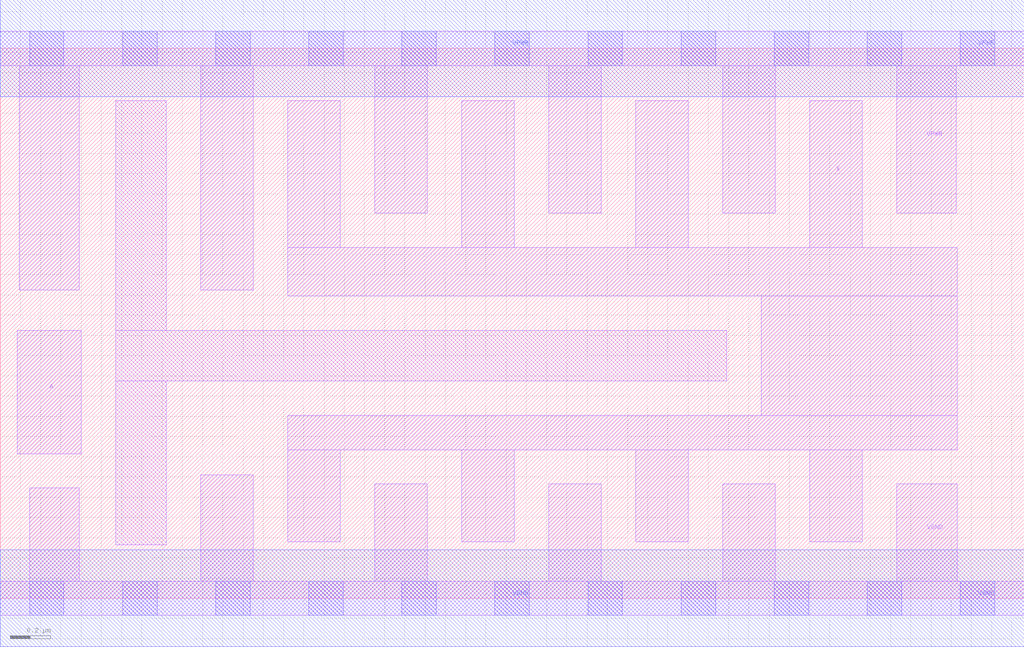
<source format=lef>
# Copyright 2020 The SkyWater PDK Authors
#
# Licensed under the Apache License, Version 2.0 (the "License");
# you may not use this file except in compliance with the License.
# You may obtain a copy of the License at
#
#     https://www.apache.org/licenses/LICENSE-2.0
#
# Unless required by applicable law or agreed to in writing, software
# distributed under the License is distributed on an "AS IS" BASIS,
# WITHOUT WARRANTIES OR CONDITIONS OF ANY KIND, either express or implied.
# See the License for the specific language governing permissions and
# limitations under the License.
#
# SPDX-License-Identifier: Apache-2.0

VERSION 5.7 ;
  NAMESCASESENSITIVE ON ;
  NOWIREEXTENSIONATPIN ON ;
  DIVIDERCHAR "/" ;
  BUSBITCHARS "[]" ;
UNITS
  DATABASE MICRONS 200 ;
END UNITS
MACRO sky130_fd_sc_hd__clkbuf_8
  CLASS CORE ;
  SOURCE USER ;
  FOREIGN sky130_fd_sc_hd__clkbuf_8 ;
  ORIGIN  0.000000  0.000000 ;
  SIZE  5.060000 BY  2.720000 ;
  SYMMETRY X Y R90 ;
  SITE unithd ;
  PIN A
    ANTENNAGATEAREA  0.426000 ;
    DIRECTION INPUT ;
    USE SIGNAL ;
    PORT
      LAYER li1 ;
        RECT 0.085000 0.715000 0.400000 1.325000 ;
    END
  END A
  PIN X
    ANTENNADIFFAREA  1.590400 ;
    DIRECTION OUTPUT ;
    USE SIGNAL ;
    PORT
      LAYER li1 ;
        RECT 1.420000 0.280000 1.680000 0.735000 ;
        RECT 1.420000 0.735000 4.730000 0.905000 ;
        RECT 1.420000 1.495000 4.730000 1.735000 ;
        RECT 1.420000 1.735000 1.680000 2.460000 ;
        RECT 2.280000 0.280000 2.540000 0.735000 ;
        RECT 2.280000 1.735000 2.540000 2.460000 ;
        RECT 3.140000 0.280000 3.400000 0.735000 ;
        RECT 3.140000 1.735000 3.400000 2.460000 ;
        RECT 3.760000 0.905000 4.730000 1.495000 ;
        RECT 4.000000 0.280000 4.260000 0.735000 ;
        RECT 4.000000 1.735000 4.260000 2.460000 ;
    END
  END X
  PIN VGND
    DIRECTION INOUT ;
    SHAPE ABUTMENT ;
    USE GROUND ;
    PORT
      LAYER li1 ;
        RECT 0.000000 -0.085000 5.060000 0.085000 ;
        RECT 0.145000  0.085000 0.390000 0.545000 ;
        RECT 0.990000  0.085000 1.250000 0.610000 ;
        RECT 1.850000  0.085000 2.110000 0.565000 ;
        RECT 2.710000  0.085000 2.970000 0.565000 ;
        RECT 3.570000  0.085000 3.830000 0.565000 ;
        RECT 4.430000  0.085000 4.730000 0.565000 ;
      LAYER mcon ;
        RECT 0.145000 -0.085000 0.315000 0.085000 ;
        RECT 0.605000 -0.085000 0.775000 0.085000 ;
        RECT 1.065000 -0.085000 1.235000 0.085000 ;
        RECT 1.525000 -0.085000 1.695000 0.085000 ;
        RECT 1.985000 -0.085000 2.155000 0.085000 ;
        RECT 2.445000 -0.085000 2.615000 0.085000 ;
        RECT 2.905000 -0.085000 3.075000 0.085000 ;
        RECT 3.365000 -0.085000 3.535000 0.085000 ;
        RECT 3.825000 -0.085000 3.995000 0.085000 ;
        RECT 4.285000 -0.085000 4.455000 0.085000 ;
        RECT 4.745000 -0.085000 4.915000 0.085000 ;
      LAYER met1 ;
        RECT 0.000000 -0.240000 5.060000 0.240000 ;
    END
  END VGND
  PIN VPWR
    DIRECTION INOUT ;
    SHAPE ABUTMENT ;
    USE POWER ;
    PORT
      LAYER li1 ;
        RECT 0.000000 2.635000 5.060000 2.805000 ;
        RECT 0.095000 1.525000 0.390000 2.635000 ;
        RECT 0.990000 1.525000 1.250000 2.635000 ;
        RECT 1.850000 1.905000 2.110000 2.635000 ;
        RECT 2.710000 1.905000 2.970000 2.635000 ;
        RECT 3.570000 1.905000 3.830000 2.635000 ;
        RECT 4.430000 1.905000 4.725000 2.635000 ;
      LAYER mcon ;
        RECT 0.145000 2.635000 0.315000 2.805000 ;
        RECT 0.605000 2.635000 0.775000 2.805000 ;
        RECT 1.065000 2.635000 1.235000 2.805000 ;
        RECT 1.525000 2.635000 1.695000 2.805000 ;
        RECT 1.985000 2.635000 2.155000 2.805000 ;
        RECT 2.445000 2.635000 2.615000 2.805000 ;
        RECT 2.905000 2.635000 3.075000 2.805000 ;
        RECT 3.365000 2.635000 3.535000 2.805000 ;
        RECT 3.825000 2.635000 3.995000 2.805000 ;
        RECT 4.285000 2.635000 4.455000 2.805000 ;
        RECT 4.745000 2.635000 4.915000 2.805000 ;
      LAYER met1 ;
        RECT 0.000000 2.480000 5.060000 2.960000 ;
    END
  END VPWR
  OBS
    LAYER li1 ;
      RECT 0.570000 0.265000 0.820000 1.075000 ;
      RECT 0.570000 1.075000 3.590000 1.325000 ;
      RECT 0.570000 1.325000 0.820000 2.460000 ;
  END
END sky130_fd_sc_hd__clkbuf_8

</source>
